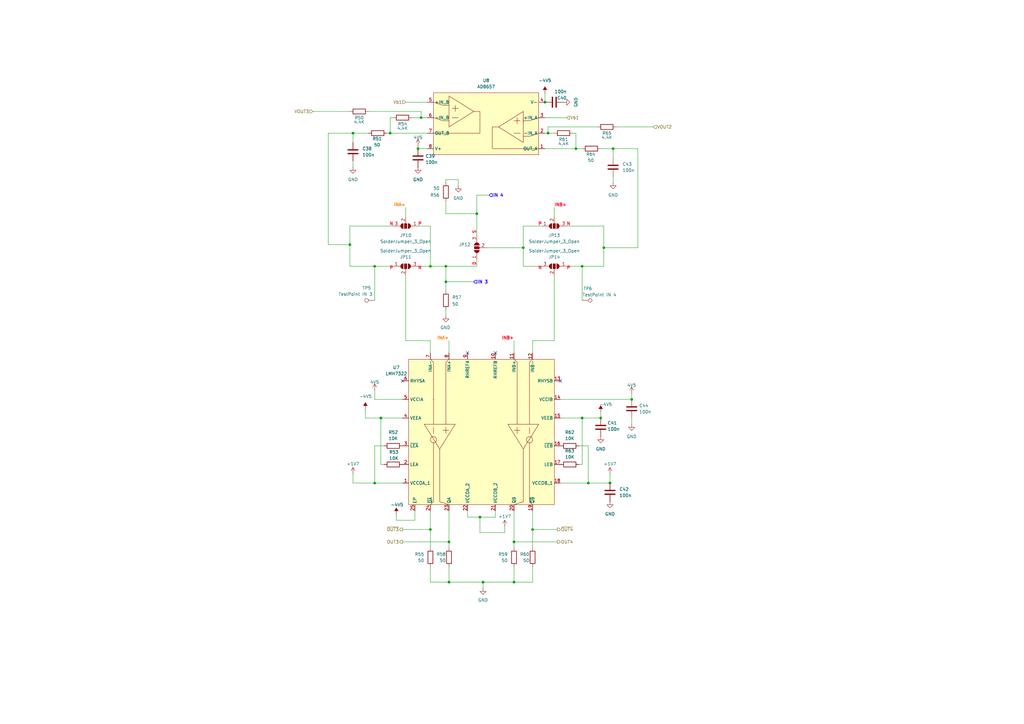
<source format=kicad_sch>
(kicad_sch (version 20231120) (generator "eeschema") (generator_version "8.0")
  (paper "A3")
  (lib_symbols
    (symbol "Connector:TestPoint" (pin_numbers hide) (pin_names (offset 0.762) hide)
      (property "Reference" "TP" (at 0 6.858 0))
      (property "Value" "TestPoint" (at 0 5.08 0))
      (symbol "TestPoint_0_1"
        (circle (center 0 3.302) (radius 0.762))
      )
      (symbol "TestPoint_1_1"
        (pin passive line (at 0 0 90) (length 2.54) (name "1") (number "1"))
      )
    )
    (symbol "Device:C" (pin_numbers hide) (pin_names (offset 0.254))
      (property "Reference" "C" (at 0.635 2.54 0))
      (property "Value" "C" (at 0.635 -2.54 0))
      (symbol "C_0_1"
        (polyline (pts (xy -2.032 -0.762) (xy 2.032 -0.762)) (stroke (width 0.508)))
        (polyline (pts (xy -2.032 0.762) (xy 2.032 0.762)) (stroke (width 0.508)))
      )
      (symbol "C_1_1"
        (pin passive line (at 0 3.81 270) (length 2.794) (name "~") (number "1"))
        (pin passive line (at 0 -3.81 90) (length 2.794) (name "~") (number "2"))
      )
    )
    (symbol "Device:R" (pin_numbers hide) (pin_names (offset 0))
      (property "Reference" "R" (at 2.032 0 90))
      (property "Value" "R" (at 0 0 90))
      (symbol "R_0_1"
        (rectangle (start -1.016 -2.54) (end 1.016 2.54) (stroke (width 0.254)))
      )
      (symbol "R_1_1"
        (pin passive line (at 0 3.81 270) (length 1.27) (name "~") (number "1"))
        (pin passive line (at 0 -3.81 90) (length 1.27) (name "~") (number "2"))
      )
    )
    (symbol "SolderJumper_3_Open_3" (pin_names (offset 0) hide) (exclude_from_sim yes) (in_bom no)
      (property "Reference" "JP" (at -2.54 -2.54 0))
      (property "Value" "SolderJumper_3_Open" (at 0 2.794 0))
      (symbol "SolderJumper_3_Open_3_0_1"
        (arc (start -1.016 1.016) (mid -2.0276 0) (end -1.016 -1.016))
        (arc (start -1.016 1.016) (mid -2.0276 0) (end -1.016 -1.016) (fill (type outline)))
        (rectangle (start -0.508 1.016) (end 0.508 -1.016) (fill (type outline)))
        (polyline (pts (xy -2.54 0) (xy -2.032 0)))
        (polyline (pts (xy -1.016 1.016) (xy -1.016 -1.016)))
        (polyline (pts (xy 0 -1.27) (xy 0 -1.016)))
        (polyline (pts (xy 1.016 1.016) (xy 1.016 -1.016)))
        (polyline (pts (xy 2.54 0) (xy 2.032 0)))
        (arc (start 1.016 -1.016) (mid 2.0276 0) (end 1.016 1.016))
        (arc (start 1.016 -1.016) (mid 2.0276 0) (end 1.016 1.016) (fill (type outline)))
      )
      (symbol "SolderJumper_3_Open_3_1_1"
        (pin passive line (at -5.08 0 0) (length 2.54) (name "A") (number "1"))
        (pin passive line (at 0 -3.81 90) (length 2.54) (name "C") (number "2"))
        (pin passive line (at 5.08 0 180) (length 2.54) (name "B") (number "3"))
      )
    )
    (symbol "power:+1V2" (power) (pin_numbers hide) (pin_names (offset 0) hide)
      (property "Value" "+1V2" (at 0 3.556 0))
      (symbol "+1V2_0_1"
        (polyline (pts (xy -0.762 1.27) (xy 0 2.54)))
        (polyline (pts (xy 0 0) (xy 0 2.54)))
        (polyline (pts (xy 0 2.54) (xy 0.762 1.27)))
      )
      (symbol "+1V2_1_1"
        (pin power_in line (at 0 0 90) (length 0) (name "~") (number "1"))
      )
    )
    (symbol "power:+8V" (power) (pin_numbers hide) (pin_names (offset 0) hide)
      (property "Value" "+8V" (at 0 3.556 0))
      (symbol "+8V_0_1"
        (polyline (pts (xy -0.762 1.27) (xy 0 2.54)))
        (polyline (pts (xy 0 0) (xy 0 2.54)))
        (polyline (pts (xy 0 2.54) (xy 0.762 1.27)))
      )
      (symbol "+8V_1_1"
        (pin power_in line (at 0 0 90) (length 0) (name "~") (number "1"))
      )
    )
    (symbol "power:-8V" (power) (pin_numbers hide) (pin_names (offset 0) hide)
      (property "Value" "-8V" (at 0 3.556 0))
      (symbol "-8V_0_0"
        (pin power_in line (at 0 0 90) (length 0) (name "~") (number "1"))
      )
      (symbol "-8V_0_1"
        (polyline (pts (xy 0 0) (xy 0 1.27) (xy 0.762 1.27) (xy 0 2.54) (xy -0.762 1.27) (xy 0 1.27)) (fill (type outline)))
      )
    )
    (symbol "power:GND" (power) (pin_numbers hide) (pin_names (offset 0) hide)
      (property "Value" "GND" (at 0 -3.81 0))
      (symbol "GND_0_1"
        (polyline (pts (xy 0 0) (xy 0 -1.27) (xy 1.27 -1.27) (xy 0 -2.54) (xy -1.27 -1.27) (xy 0 -1.27)))
      )
      (symbol "GND_1_1"
        (pin power_in line (at 0 0 270) (length 0) (name "~") (number "1"))
      )
    )
    (symbol "prova:AD8657"
      (property "Reference" "U" (at 9.906 3.556 0))
      (property "Value" "AD8657" (at 10.16 5.842 0))
      (symbol "AD8657_0_1"
        (polyline (pts (xy 12.7 17.78) (xy 12.7 20.32)))
        (polyline (pts (xy 13.97 19.05) (xy 16.51 19.05)))
        (polyline (pts (xy 13.97 24.13) (xy 16.51 24.13)))
        (polyline (pts (xy 15.24 20.32) (xy 15.24 17.78)))
        (polyline (pts (xy 16.51 19.05) (xy 16.51 19.05)))
        (polyline (pts (xy 36.83 17.78) (xy 36.83 17.78)))
        (polyline (pts (xy 39.37 13.97) (xy 41.91 13.97)))
        (polyline (pts (xy 39.37 17.78) (xy 41.91 17.78)))
        (polyline (pts (xy 40.64 15.24) (xy 40.64 12.7)))
      )
      (symbol "AD8657_1_1"
        (polyline (pts (xy 6.35 17.78) (xy 10.16 19.05)))
        (polyline (pts (xy 10.16 25.4) (xy 6.35 24.13)))
        (polyline (pts (xy 11.43 19.05) (xy 10.16 19.05)))
        (polyline (pts (xy 11.43 19.05) (xy 12.7 19.05)))
        (polyline (pts (xy 11.43 25.4) (xy 10.16 25.4)))
        (polyline (pts (xy 11.43 25.4) (xy 12.7 25.4)))
        (polyline (pts (xy 22.86 21.59) (xy 25.4 21.59) (xy 25.4 26.67)))
        (polyline (pts (xy 25.4 26.67) (xy 25.4 30.48) (xy 6.35 30.48)))
        (polyline (pts (xy 49.53 11.43) (xy 45.72 12.7) (xy 43.18 12.7)))
        (polyline (pts (xy 49.53 17.78) (xy 45.72 19.05) (xy 43.18 19.05)))
        (polyline (pts (xy 12.7 15.24) (xy 12.7 27.94) (xy 22.86 21.59) (xy 12.7 15.24)))
        (polyline (pts (xy 33.02 15.24) (xy 30.48 15.24) (xy 30.48 24.13) (xy 49.53 24.13)))
        (polyline (pts (xy 43.18 21.59) (xy 43.18 8.89) (xy 33.02 15.24) (xy 43.18 21.59)))
        (rectangle (start 6.35 33.02) (end 49.53 7.62) (fill (type background)))
        (pin output line (at 3.81 30.48 0) (length 2.54) (name "OUT_A") (number "1"))
        (pin input line (at 3.81 24.13 0) (length 2.54) (name "-IN_A") (number "2"))
        (pin input line (at 3.81 17.78 0) (length 2.54) (name "+IN_A") (number "3"))
        (pin input line (at 3.81 11.43 0) (length 2.54) (name "V-") (number "4"))
        (pin input line (at 52.07 11.43 180) (length 2.54) (name "+IN_B") (number "5"))
        (pin input line (at 52.07 17.78 180) (length 2.54) (name "-IN_B") (number "6"))
        (pin input line (at 52.07 24.13 180) (length 2.54) (name "OUT_B") (number "7"))
        (pin input line (at 52.07 30.48 180) (length 2.54) (name "V+") (number "8"))
      )
    )
    (symbol "prova:LMH7322"
      (property "Reference" "U" (at 11.684 8.89 0))
      (property "Value" "LMH7322" (at 20.32 16.51 0))
      (symbol "LMH7322_0_1"
        (circle (center -8.89 -5.08) (radius 0.0001))
        (circle (center -8.89 11.43) (radius 1.27))
        (polyline (pts (xy -8.89 -8.89) (xy -8.89 5.08)))
        (polyline (pts (xy -8.89 8.89) (xy -8.89 6.35)))
        (polyline (pts (xy -3.81 -8.89) (xy -3.81 5.08)))
        (polyline (pts (xy -3.81 8.89) (xy -3.81 6.35)))
        (polyline (pts (xy -2.54 7.62) (xy -5.08 7.62)))
        (polyline (pts (xy 25.4 8.89) (xy 25.4 6.35)))
        (polyline (pts (xy 26.67 7.62) (xy 24.13 7.62)))
        (polyline (pts (xy 30.48 -2.54) (xy 30.48 -2.54)))
        (polyline (pts (xy 30.48 8.89) (xy 30.48 6.35)))
        (polyline (pts (xy -8.89 -8.89) (xy -8.89 -20.32) (xy -10.16 -21.59)))
        (polyline (pts (xy -8.89 12.7) (xy -8.89 36.83) (xy -10.16 38.1)))
        (polyline (pts (xy -6.35 15.24) (xy -6.35 36.83) (xy -2.54 38.1)))
        (polyline (pts (xy -3.81 -8.89) (xy -3.81 -20.32) (xy -2.54 -21.59)))
        (polyline (pts (xy 27.94 15.24) (xy 27.94 36.83) (xy 24.13 38.1)))
        (polyline (pts (xy 30.48 12.7) (xy 30.48 36.83) (xy 31.75 38.1)))
        (circle (center 30.48 11.43) (radius 1.27))
      )
      (symbol "LMH7322_1_1"
        (rectangle (start -19.05 38.1) (end 40.64 -21.59) (fill (type background)))
        (polyline (pts (xy 0 5.08) (xy -12.7 5.08) (xy -6.35 15.24) (xy 0 5.08)))
        (polyline (pts (xy 24.13 -21.59) (xy 25.4 -20.32) (xy 25.4 -16.51) (xy 25.4 5.08)) (fill (type background)))
        (polyline (pts (xy 30.48 5.08) (xy 30.48 -16.51) (xy 30.48 -20.32) (xy 31.75 -21.59)) (fill (type background)))
        (polyline (pts (xy 34.29 5.08) (xy 21.59 5.08) (xy 27.94 15.24) (xy 34.29 5.08)) (fill (type background)))
        (pin input line (at -21.59 29.21 0) (length 2.54) (name "VCCOA_1") (number "1"))
        (pin input line (at 16.51 -24.13 90) (length 2.54) (name "RHREFB") (number "10"))
        (pin input line (at 24.13 -24.13 90) (length 2.54) (name "INB+") (number "11"))
        (pin input line (at 31.75 -24.13 90) (length 2.54) (name "INB-") (number "12"))
        (pin input line (at 43.18 -12.7 180) (length 2.54) (name "RHYSB") (number "13"))
        (pin input line (at 43.18 -5.08 180) (length 2.54) (name "VCCIB") (number "14"))
        (pin input line (at 43.18 2.54 180) (length 2.54) (name "VEEB") (number "15"))
        (pin input line (at 43.18 13.97 180) (length 2.54) (name "~{LEB}") (number "16"))
        (pin input line (at 43.18 21.59 180) (length 2.54) (name "LEB") (number "17"))
        (pin input line (at 43.18 29.21 180) (length 2.54) (name "VCCOB_1") (number "18"))
        (pin output line (at 31.75 40.64 270) (length 2.54) (name "~{QB}") (number "19"))
        (pin input line (at -21.59 21.59 0) (length 2.54) (name "LEA") (number "2"))
        (pin output line (at 24.13 40.64 270) (length 2.54) (name "QB") (number "20"))
        (pin input line (at 16.51 40.64 270) (length 2.54) (name "VCCOB_2") (number "21"))
        (pin input line (at 5.08 40.64 270) (length 2.54) (name "VCCOA_2") (number "22"))
        (pin output line (at -2.54 40.64 270) (length 2.54) (name "QA") (number "23"))
        (pin output line (at -10.16 40.64 270) (length 2.54) (name "~{QA}") (number "24"))
        (pin passive line (at -16.51 40.64 270) (length 2.54) (name "EP") (number "25"))
        (pin input line (at -21.59 13.97 0) (length 2.54) (name "~{LEA}") (number "3"))
        (pin input line (at -21.59 2.54 0) (length 2.54) (name "VEEA") (number "4"))
        (pin input line (at -21.59 -5.08 0) (length 2.54) (name "VCCIA") (number "5"))
        (pin input line (at -21.59 -12.7 0) (length 2.54) (name "RHYSA") (number "6"))
        (pin input line (at -10.16 -24.13 90) (length 2.54) (name "INA-") (number "7"))
        (pin input line (at -2.54 -24.13 90) (length 2.54) (name "INA+") (number "8"))
        (pin input line (at 5.08 -24.13 90) (length 2.54) (name "RHREFA") (number "9"))
      )
    )
  )
  (junction (at 210.82 222.25))
  (junction (at 160.02 54.61))
  (junction (at 198.12 238.76))
  (junction (at 241.3 198.12))
  (junction (at 196.85 212.09))
  (junction (at 238.76 109.22))
  (junction (at 210.82 238.76))
  (junction (at 250.19 198.12))
  (junction (at 251.46 60.96))
  (junction (at 176.53 217.17))
  (junction (at 171.45 60.96))
  (junction (at 223.52 41.91))
  (junction (at 218.44 217.17))
  (junction (at 143.51 100.33))
  (junction (at 184.15 238.76))
  (junction (at 238.76 171.45))
  (junction (at 214.63 101.6))
  (junction (at 144.78 54.61))
  (junction (at 182.88 109.22))
  (junction (at 224.79 54.61))
  (junction (at 176.53 109.22))
  (junction (at 236.22 60.96))
  (junction (at 259.08 163.83))
  (junction (at 182.88 115.57))
  (junction (at 184.15 222.25))
  (junction (at 156.21 171.45))
  (junction (at 195.58 87.63))
  (junction (at 153.67 109.22))
  (junction (at 153.67 198.12))
  (junction (at 172.72 48.26))
  (junction (at 246.38 171.45))
  (junction (at 247.65 101.6))
  (no_connect (at 165.1 156.21))
  (no_connect (at 191.77 144.78))
  (no_connect (at 229.87 156.21))
  (no_connect (at 203.2 144.78))
  (wire (pts (xy 250.19 198.12) (xy 241.3 198.12)))
  (wire (pts (xy 238.76 109.22) (xy 247.65 109.22)))
  (wire (pts (xy 237.49 182.88) (xy 241.3 182.88)))
  (wire (pts (xy 184.15 222.25) (xy 184.15 224.79)))
  (wire (pts (xy 182.88 127) (xy 182.88 129.54)))
  (wire (pts (xy 153.67 109.22) (xy 153.67 123.19)))
  (wire (pts (xy 182.88 115.57) (xy 194.31 115.57)))
  (wire (pts (xy 228.6 217.17) (xy 218.44 217.17)))
  (wire (pts (xy 165.1 198.12) (xy 153.67 198.12)))
  (wire (pts (xy 184.15 222.25) (xy 165.1 222.25)))
  (wire (pts (xy 229.87 163.83) (xy 259.08 163.83)))
  (wire (pts (xy 158.75 54.61) (xy 160.02 54.61)))
  (wire (pts (xy 199.39 101.6) (xy 214.63 101.6)))
  (wire (pts (xy 191.77 212.09) (xy 191.77 209.55)))
  (wire (pts (xy 182.88 119.38) (xy 182.88 115.57)))
  (wire (pts (xy 228.6 222.25) (xy 210.82 222.25)))
  (wire (pts (xy 218.44 238.76) (xy 210.82 238.76)))
  (wire (pts (xy 203.2 212.09) (xy 203.2 209.55)))
  (wire (pts (xy 170.18 213.36) (xy 162.56 213.36)))
  (wire (pts (xy 241.3 198.12) (xy 229.87 198.12)))
  (wire (pts (xy 196.85 212.09) (xy 196.85 218.44)))
  (wire (pts (xy 182.88 73.66) (xy 187.96 73.66)))
  (wire (pts (xy 210.82 222.25) (xy 210.82 224.79)))
  (wire (pts (xy 176.53 209.55) (xy 176.53 217.17)))
  (wire (pts (xy 195.58 106.68) (xy 195.58 109.22)))
  (wire (pts (xy 236.22 54.61) (xy 236.22 60.96)))
  (wire (pts (xy 247.65 101.6) (xy 247.65 109.22)))
  (wire (pts (xy 184.15 209.55) (xy 184.15 222.25)))
  (wire (pts (xy 156.21 190.5) (xy 156.21 171.45)))
  (wire (pts (xy 153.67 198.12) (xy 144.78 198.12)))
  (wire (pts (xy 191.77 212.09) (xy 196.85 212.09)))
  (wire (pts (xy 156.21 171.45) (xy 149.86 171.45)))
  (wire (pts (xy 218.44 144.78) (xy 218.44 139.7)))
  (wire (pts (xy 207.01 215.9) (xy 207.01 218.44)))
  (wire (pts (xy 246.38 168.91) (xy 246.38 171.45)))
  (wire (pts (xy 176.53 92.71) (xy 176.53 109.22)))
  (wire (pts (xy 218.44 217.17) (xy 218.44 224.79)))
  (wire (pts (xy 218.44 232.41) (xy 218.44 238.76)))
  (wire (pts (xy 195.58 80.01) (xy 195.58 87.63)))
  (wire (pts (xy 176.53 109.22) (xy 171.45 109.22)))
  (wire (pts (xy 251.46 64.77) (xy 251.46 60.96)))
  (wire (pts (xy 223.52 60.96) (xy 236.22 60.96)))
  (wire (pts (xy 134.62 100.33) (xy 134.62 54.61)))
  (wire (pts (xy 182.88 82.55) (xy 182.88 87.63)))
  (wire (pts (xy 238.76 109.22) (xy 238.76 123.19)))
  (wire (pts (xy 162.56 210.82) (xy 162.56 213.36)))
  (wire (pts (xy 144.78 58.42) (xy 144.78 54.61)))
  (wire (pts (xy 224.79 54.61) (xy 227.33 54.61)))
  (wire (pts (xy 198.12 238.76) (xy 198.12 241.3)))
  (wire (pts (xy 134.62 54.61) (xy 144.78 54.61)))
  (wire (pts (xy 176.53 144.78) (xy 176.53 139.7)))
  (wire (pts (xy 259.08 171.45) (xy 259.08 173.99)))
  (wire (pts (xy 149.86 167.64) (xy 149.86 171.45)))
  (wire (pts (xy 224.79 52.07) (xy 245.11 52.07)))
  (wire (pts (xy 182.88 109.22) (xy 176.53 109.22)))
  (wire (pts (xy 128.27 45.72) (xy 143.51 45.72)))
  (wire (pts (xy 160.02 54.61) (xy 160.02 48.26)))
  (wire (pts (xy 237.49 190.5) (xy 238.76 190.5)))
  (wire (pts (xy 144.78 194.31) (xy 144.78 198.12)))
  (wire (pts (xy 153.67 182.88) (xy 157.48 182.88)))
  (wire (pts (xy 246.38 60.96) (xy 251.46 60.96)))
  (wire (pts (xy 224.79 54.61) (xy 223.52 54.61)))
  (wire (pts (xy 214.63 101.6) (xy 214.63 109.22)))
  (wire (pts (xy 267.97 52.07) (xy 252.73 52.07)))
  (wire (pts (xy 143.51 100.33) (xy 143.51 109.22)))
  (wire (pts (xy 176.53 217.17) (xy 176.53 224.79)))
  (wire (pts (xy 184.15 139.7) (xy 184.15 144.78)))
  (wire (pts (xy 261.62 60.96) (xy 251.46 60.96)))
  (wire (pts (xy 247.65 101.6) (xy 261.62 101.6)))
  (wire (pts (xy 171.45 59.69) (xy 171.45 60.96)))
  (wire (pts (xy 166.37 85.09) (xy 166.37 88.9)))
  (wire (pts (xy 196.85 218.44) (xy 207.01 218.44)))
  (wire (pts (xy 165.1 171.45) (xy 156.21 171.45)))
  (wire (pts (xy 195.58 87.63) (xy 195.58 96.52)))
  (wire (pts (xy 143.51 100.33) (xy 134.62 100.33)))
  (wire (pts (xy 210.82 209.55) (xy 210.82 222.25)))
  (wire (pts (xy 214.63 109.22) (xy 222.25 109.22)))
  (wire (pts (xy 166.37 41.91) (xy 175.26 41.91)))
  (wire (pts (xy 143.51 92.71) (xy 161.29 92.71)))
  (wire (pts (xy 153.67 182.88) (xy 153.67 198.12)))
  (wire (pts (xy 143.51 92.71) (xy 143.51 100.33)))
  (wire (pts (xy 210.82 232.41) (xy 210.82 238.76)))
  (wire (pts (xy 224.79 54.61) (xy 224.79 52.07)))
  (wire (pts (xy 241.3 182.88) (xy 241.3 198.12)))
  (wire (pts (xy 236.22 60.96) (xy 238.76 60.96)))
  (wire (pts (xy 196.85 212.09) (xy 203.2 212.09)))
  (wire (pts (xy 182.88 87.63) (xy 195.58 87.63)))
  (wire (pts (xy 195.58 109.22) (xy 182.88 109.22)))
  (wire (pts (xy 172.72 48.26) (xy 172.72 45.72)))
  (wire (pts (xy 227.33 85.09) (xy 227.33 88.9)))
  (wire (pts (xy 195.58 80.01) (xy 200.66 80.01)))
  (wire (pts (xy 222.25 92.71) (xy 214.63 92.71)))
  (wire (pts (xy 144.78 66.04) (xy 144.78 68.58)))
  (wire (pts (xy 250.19 194.31) (xy 250.19 198.12)))
  (wire (pts (xy 153.67 160.02) (xy 153.67 163.83)))
  (wire (pts (xy 247.65 92.71) (xy 247.65 101.6)))
  (wire (pts (xy 182.88 73.66) (xy 182.88 74.93)))
  (wire (pts (xy 261.62 101.6) (xy 261.62 60.96)))
  (wire (pts (xy 157.48 190.5) (xy 156.21 190.5)))
  (wire (pts (xy 259.08 161.29) (xy 259.08 163.83)))
  (wire (pts (xy 232.41 92.71) (xy 247.65 92.71)))
  (wire (pts (xy 176.53 217.17) (xy 165.1 217.17)))
  (wire (pts (xy 223.52 38.1) (xy 223.52 41.91)))
  (wire (pts (xy 234.95 54.61) (xy 236.22 54.61)))
  (wire (pts (xy 184.15 238.76) (xy 176.53 238.76)))
  (wire (pts (xy 153.67 163.83) (xy 165.1 163.83)))
  (wire (pts (xy 214.63 92.71) (xy 214.63 101.6)))
  (wire (pts (xy 153.67 109.22) (xy 161.29 109.22)))
  (wire (pts (xy 166.37 113.03) (xy 166.37 139.7)))
  (wire (pts (xy 187.96 73.66) (xy 187.96 76.2)))
  (wire (pts (xy 176.53 232.41) (xy 176.53 238.76)))
  (wire (pts (xy 168.91 48.26) (xy 172.72 48.26)))
  (wire (pts (xy 229.87 171.45) (xy 238.76 171.45)))
  (wire (pts (xy 170.18 209.55) (xy 170.18 213.36)))
  (wire (pts (xy 232.41 109.22) (xy 238.76 109.22)))
  (wire (pts (xy 175.26 60.96) (xy 171.45 60.96)))
  (wire (pts (xy 198.12 238.76) (xy 184.15 238.76)))
  (wire (pts (xy 210.82 238.76) (xy 198.12 238.76)))
  (wire (pts (xy 160.02 54.61) (xy 175.26 54.61)))
  (wire (pts (xy 227.33 113.03) (xy 227.33 139.7)))
  (wire (pts (xy 151.13 45.72) (xy 172.72 45.72)))
  (wire (pts (xy 184.15 232.41) (xy 184.15 238.76)))
  (wire (pts (xy 218.44 209.55) (xy 218.44 217.17)))
  (wire (pts (xy 144.78 54.61) (xy 151.13 54.61)))
  (wire (pts (xy 218.44 139.7) (xy 227.33 139.7)))
  (wire (pts (xy 238.76 190.5) (xy 238.76 171.45)))
  (wire (pts (xy 143.51 109.22) (xy 153.67 109.22)))
  (wire (pts (xy 251.46 72.39) (xy 251.46 74.93)))
  (wire (pts (xy 223.52 48.26) (xy 232.41 48.26)))
  (wire (pts (xy 171.45 92.71) (xy 176.53 92.71)))
  (wire (pts (xy 172.72 48.26) (xy 175.26 48.26)))
  (wire (pts (xy 176.53 139.7) (xy 166.37 139.7)))
  (wire (pts (xy 210.82 139.7) (xy 210.82 144.78)))
  (wire (pts (xy 182.88 109.22) (xy 182.88 115.57)))
  (wire (pts (xy 160.02 48.26) (xy 161.29 48.26)))
  (wire (pts (xy 246.38 171.45) (xy 238.76 171.45)))
  (text "P\n" (at 160.528 109.982 0) (effects (font (size 1.27 1.27) (thickness 0.254) (bold yes))))
  (text "P\n" (at 172.212 91.948 0) (effects (font (size 1.27 1.27) (thickness 0.254) (bold yes))))
  (text "S" (at 194.564 95.25 90) (effects (font (size 1.27 1.27) (thickness 0.254) (bold yes))))
  (text "N" (at 160.528 91.948 0) (effects (font (size 1.27 1.27) (thickness 0.254) (bold yes))))
  (text "D" (at 194.564 108.204 90) (effects (font (size 1.27 1.27) (thickness 0.254) (bold yes))))
  (text "N" (at 172.212 109.982 0) (effects (font (size 1.27 1.27) (thickness 0.254) (bold yes))))
  (text "P\n" (at 233.172 109.982 0) (effects (font (size 1.27 1.27) (thickness 0.254) (bold yes))))
  (text "N" (at 221.488 109.982 0) (effects (font (size 1.27 1.27) (thickness 0.254) (bold yes))))
  (text "N" (at 233.172 91.948 0) (effects (font (size 1.27 1.27) (thickness 0.254) (bold yes))))
  (text "P\n" (at 221.488 91.948 0) (effects (font (size 1.27 1.27) (thickness 0.254) (bold yes))))
  (label "INB+" (at 210.82 139.7 180) (effects (font (thickness 0.254) (bold yes))))
  (label "INB+" (at 227.33 85.09 0) (effects (font (thickness 0.254) (bold yes))))
  (label "INA+" (at 184.15 139.7 180) (effects (font (thickness 0.254) (bold yes))))
  (label "INA+" (at 166.37 85.09 180) (effects (font (thickness 0.254) (bold yes))))
  (hierarchical_label "VOUT3" (shape input) (at 128.27 45.72 180))
  (hierarchical_label "IN 4" (shape input) (at 200.66 80.01 0) (effects (font (thickness 0.254) (bold yes))))
  (hierarchical_label "IN 3" (shape input) (at 194.31 115.57 0) (effects (font (thickness 0.254) (bold yes))))
  (hierarchical_label "Vb1" (shape input) (at 166.37 41.91 180))
  (hierarchical_label "OUT4" (shape output) (at 228.6 222.25 0))
  (hierarchical_label "~{OUT3}" (shape output) (at 165.1 217.17 180))
  (hierarchical_label "Vb1" (shape input) (at 232.41 48.26 0))
  (hierarchical_label "OUT3" (shape output) (at 165.1 222.25 180))
  (hierarchical_label "VOUT2" (shape input) (at 267.97 52.07 0))
  (hierarchical_label "~{OUT4}" (shape output) (at 228.6 217.17 0))
  (symbol (lib_id "Device:R") (at 182.88 78.74 0) (unit 1)
    (property "Reference" "R56" (at 180.34 80.0101 0) (effects (justify right)))
    (property "Value" "50" (at 180.34 77.216 0) (effects (justify right)))
    (property "Footprint" "Resistor_SMD:R_0603_1608Metric_Pad0.98x0.95mm_HandSolder" (effects (hide yes)))
    (property "Description" "Resistor" (effects (hide yes)))
  )
  (symbol (lib_id "Device:C") (at 144.78 62.23 0) (unit 1)
    (property "Reference" "C38" (at 148.59 60.9599 0) (effects (justify left)))
    (property "Value" "100n" (at 148.59 63.4999 0) (effects (justify left)))
    (property "Footprint" "Capacitor_SMD:C_0603_1608Metric_Pad1.08x0.95mm_HandSolder" (effects (hide yes)))
    (property "Description" "Unpolarized capacitor" (effects (hide yes)))
  )
  (symbol (lib_id "power:GND") (at 198.12 241.3 0) (mirror y) (unit 1)
    (property "Reference" "#PWR096" (effects (hide yes)))
    (property "Value" "GND" (at 198.12 246.126 0))
    (property "Description" "Power symbol creates a global label with name \"GND\" , ground" (effects (hide yes)))
  )
  (symbol (lib_name "SolderJumper_3_Open_3") (lib_id "Jumper:SolderJumper_3_Open") (at 195.58 101.6 90) (unit 1) (exclude_from_sim yes) (in_bom no)
    (property "Reference" "JP12" (at 193.04 100.3299 90) (effects (justify left)))
    (property "Value" "SolderJumper_3_Open" (effects (hide yes)))
    (property "Footprint" "Jumper:SolderJumper-3_P1.3mm_Open_RoundedPad1.0x1.5mm_NumberLabels" (effects (hide yes)))
    (property "Description" "Solder Jumper, 3-pole, open" (effects (hide yes)))
  )
  (symbol (lib_id "power:GND") (at 246.38 179.07 0) (unit 1)
    (property "Reference" "#PWR0102" (effects (hide yes)))
    (property "Value" "GND" (at 246.38 184.15 0))
    (property "Description" "Power symbol creates a global label with name \"GND\" , ground" (effects (hide yes)))
  )
  (symbol (lib_id "Device:R") (at 210.82 228.6 0) (mirror y) (unit 1)
    (property "Reference" "R59" (at 208.28 227.3299 0) (effects (justify left)))
    (property "Value" "50" (at 208.28 229.8699 0) (effects (justify left)))
    (property "Footprint" "Resistor_SMD:R_0603_1608Metric_Pad0.98x0.95mm_HandSolder" (effects (hide yes)))
    (property "Description" "Resistor" (effects (hide yes)))
  )
  (symbol (lib_id "Device:R") (at 233.68 182.88 270) (mirror x) (unit 1)
    (property "Reference" "R62" (at 233.68 177.292 90))
    (property "Value" "10K" (at 233.68 179.832 90))
    (property "Footprint" "Resistor_SMD:R_0603_1608Metric_Pad0.98x0.95mm_HandSolder" (effects (hide yes)))
    (property "Description" "Resistor" (effects (hide yes)))
  )
  (symbol (lib_id "Device:R") (at 161.29 182.88 270) (mirror x) (unit 1)
    (property "Reference" "R52" (at 161.29 177.292 90))
    (property "Value" "10K" (at 161.29 179.832 90))
    (property "Footprint" "Resistor_SMD:R_0603_1608Metric_Pad0.98x0.95mm_HandSolder" (effects (hide yes)))
    (property "Description" "Resistor" (effects (hide yes)))
  )
  (symbol (lib_id "Device:R") (at 231.14 54.61 270) (unit 1)
    (property "Reference" "R61" (at 231.14 57.15 90))
    (property "Value" "4.4K" (at 231.14 58.928 90))
    (property "Footprint" "Resistor_SMD:R_0603_1608Metric_Pad0.98x0.95mm_HandSolder" (effects (hide yes)))
    (property "Description" "Resistor" (effects (hide yes)))
  )
  (symbol (lib_id "Device:C") (at 227.33 41.91 90) (unit 1)
    (property "Reference" "C40" (at 232.41 40.132 90) (effects (justify left)))
    (property "Value" "100n" (at 232.41 37.592 90) (effects (justify left)))
    (property "Footprint" "Capacitor_SMD:C_0603_1608Metric_Pad1.08x0.95mm_HandSolder" (effects (hide yes)))
    (property "Description" "Unpolarized capacitor" (effects (hide yes)))
  )
  (symbol (lib_id "Device:R") (at 184.15 228.6 0) (mirror y) (unit 1)
    (property "Reference" "R58" (at 182.88 227.33 0) (effects (justify left)))
    (property "Value" "50" (at 182.88 229.87 0) (effects (justify left)))
    (property "Footprint" "Resistor_SMD:R_0603_1608Metric_Pad0.98x0.95mm_HandSolder" (effects (hide yes)))
    (property "Description" "Resistor" (effects (hide yes)))
  )
  (symbol (lib_id "Device:R") (at 165.1 48.26 270) (unit 1)
    (property "Reference" "R54" (at 165.1 50.8 90))
    (property "Value" "4.4K" (at 165.1 52.578 90))
    (property "Footprint" "Resistor_SMD:R_0603_1608Metric_Pad0.98x0.95mm_HandSolder" (effects (hide yes)))
    (property "Description" "Resistor" (effects (hide yes)))
  )
  (symbol (lib_id "Device:R") (at 154.94 54.61 90) (unit 1)
    (property "Reference" "R51" (at 154.686 56.896 90))
    (property "Value" "50" (at 154.686 59.436 90))
    (property "Footprint" "Resistor_SMD:R_0603_1608Metric_Pad0.98x0.95mm_HandSolder" (effects (hide yes)))
    (property "Description" "Resistor" (effects (hide yes)))
  )
  (symbol (lib_id "Device:R") (at 176.53 228.6 0) (mirror y) (unit 1)
    (property "Reference" "R55" (at 173.99 227.3299 0) (effects (justify left)))
    (property "Value" "50" (at 173.99 229.8699 0) (effects (justify left)))
    (property "Footprint" "Resistor_SMD:R_0603_1608Metric_Pad0.98x0.95mm_HandSolder" (effects (hide yes)))
    (property "Description" "Resistor" (effects (hide yes)))
  )
  (symbol (lib_name "SolderJumper_3_Open_3") (lib_id "Jumper:SolderJumper_3_Open") (at 166.37 109.22 0) (unit 1) (exclude_from_sim yes) (in_bom no)
    (property "Reference" "JP11" (at 166.37 105.41 0))
    (property "Value" "SolderJumper_3_Open" (at 166.37 102.87 0))
    (property "Footprint" "Jumper:SolderJumper-3_P1.3mm_Open_RoundedPad1.0x1.5mm_NumberLabels" (effects (hide yes)))
    (property "Description" "Solder Jumper, 3-pole, open" (effects (hide yes)))
  )
  (symbol (lib_id "Device:C") (at 250.19 201.93 0) (unit 1)
    (property "Reference" "C42" (at 254 200.6599 0) (effects (justify left)))
    (property "Value" "100n" (at 254 203.1999 0) (effects (justify left)))
    (property "Footprint" "Capacitor_SMD:C_0603_1608Metric_Pad1.08x0.95mm_HandSolder" (effects (hide yes)))
    (property "Description" "Unpolarized capacitor" (effects (hide yes)))
  )
  (symbol (lib_id "power:+8V") (at 259.08 161.29 0) (mirror y) (unit 1)
    (property "Reference" "#PWR0100" (effects (hide yes)))
    (property "Value" "4V5" (at 259.08 157.988 0))
    (property "Description" "Power symbol creates a global label with name \"+8V\"" (effects (hide yes)))
  )
  (symbol (lib_id "Device:R") (at 161.29 190.5 270) (mirror x) (unit 1)
    (property "Reference" "R53" (at 161.544 185.42 90))
    (property "Value" "10K" (at 161.544 187.96 90))
    (property "Footprint" "Resistor_SMD:R_0603_1608Metric_Pad0.98x0.95mm_HandSolder" (effects (hide yes)))
    (property "Description" "Resistor" (effects (hide yes)))
  )
  (symbol (lib_id "prova:LMH7322") (at 186.69 168.91 0) (mirror x) (unit 1)
    (property "Reference" "U7" (at 162.56 150.7138 0))
    (property "Value" "LMH7322" (at 162.56 153.2538 0))
    (property "Footprint" "SamacSys_Parts:QFN50P400X400X80-25N" (effects (hide yes)))
  )
  (symbol (lib_id "power:GND") (at 231.14 41.91 90) (unit 1)
    (property "Reference" "#PWR099" (effects (hide yes)))
    (property "Value" "GND" (at 236.22 41.91 0))
    (property "Description" "Power symbol creates a global label with name \"GND\" , ground" (effects (hide yes)))
  )
  (symbol (lib_id "Device:R") (at 242.57 60.96 90) (unit 1)
    (property "Reference" "R64" (at 242.316 63.246 90))
    (property "Value" "50" (at 242.316 65.786 90))
    (property "Footprint" "Resistor_SMD:R_0603_1608Metric_Pad0.98x0.95mm_HandSolder" (effects (hide yes)))
    (property "Description" "Resistor" (effects (hide yes)))
  )
  (symbol (lib_id "power:-8V") (at 223.52 38.1 0) (unit 1)
    (property "Reference" "#PWR098" (effects (hide yes)))
    (property "Value" "-4V5" (at 223.52 33.02 0))
    (property "Description" "Power symbol creates a global label with name \"-8V\"" (effects (hide yes)))
  )
  (symbol (lib_id "Device:C") (at 171.45 64.77 0) (unit 1)
    (property "Reference" "C39" (at 174.498 64.008 0) (effects (justify left)))
    (property "Value" "100n" (at 174.498 66.548 0) (effects (justify left)))
    (property "Footprint" "Capacitor_SMD:C_0603_1608Metric_Pad1.08x0.95mm_HandSolder" (effects (hide yes)))
    (property "Description" "Unpolarized capacitor" (effects (hide yes)))
  )
  (symbol (lib_id "Device:R") (at 248.92 52.07 270) (unit 1)
    (property "Reference" "R65" (at 248.92 54.61 90))
    (property "Value" "4.4K" (at 248.92 56.388 90))
    (property "Footprint" "Resistor_SMD:R_0603_1608Metric_Pad0.98x0.95mm_HandSolder" (effects (hide yes)))
    (property "Description" "Resistor" (effects (hide yes)))
  )
  (symbol (lib_id "prova:AD8657") (at 227.33 30.48 180) (unit 1)
    (property "Reference" "U8" (at 199.39 33.02 0))
    (property "Value" "AD8657" (at 199.39 35.56 0))
    (property "Footprint" "SamacSys_Parts:SOP65P490X110-8N" (effects (hide yes)))
  )
  (symbol (lib_id "Device:C") (at 251.46 68.58 0) (unit 1)
    (property "Reference" "C43" (at 255.27 67.3099 0) (effects (justify left)))
    (property "Value" "100n" (at 255.27 69.8499 0) (effects (justify left)))
    (property "Footprint" "Capacitor_SMD:C_0603_1608Metric_Pad1.08x0.95mm_HandSolder" (effects (hide yes)))
    (property "Description" "Unpolarized capacitor" (effects (hide yes)))
  )
  (symbol (lib_id "Connector:TestPoint") (at 153.67 123.19 90) (unit 1)
    (property "Reference" "TP5" (at 150.368 118.11 90))
    (property "Value" "TestPoint IN 3" (at 145.796 120.65 90))
    (property "Footprint" "TestPoint:TestPoint_Pad_D1.0mm" (effects (hide yes)))
    (property "Description" "test point" (effects (hide yes)))
  )
  (symbol (lib_id "power:+8V") (at 153.67 160.02 0) (mirror y) (unit 1)
    (property "Reference" "#PWR090" (effects (hide yes)))
    (property "Value" "4V5" (at 153.67 156.718 0))
    (property "Description" "Power symbol creates a global label with name \"+8V\"" (effects (hide yes)))
  )
  (symbol (lib_id "power:GND") (at 250.19 205.74 0) (unit 1)
    (property "Reference" "#PWR0104" (effects (hide yes)))
    (property "Value" "GND" (at 250.19 210.82 0))
    (property "Description" "Power symbol creates a global label with name \"GND\" , ground" (effects (hide yes)))
  )
  (symbol (lib_id "power:+1V2") (at 144.78 194.31 0) (mirror y) (unit 1)
    (property "Reference" "#PWR088" (effects (hide yes)))
    (property "Value" "+1V7" (at 144.78 190.246 0))
    (property "Description" "Power symbol creates a global label with name \"+1V2\"" (effects (hide yes)))
  )
  (symbol (lib_name "SolderJumper_3_Open_3") (lib_id "Jumper:SolderJumper_3_Open") (at 166.37 92.71 180) (unit 1) (exclude_from_sim yes) (in_bom no)
    (property "Reference" "JP10" (at 166.37 96.52 0))
    (property "Value" "SolderJumper_3_Open" (at 166.37 99.06 0))
    (property "Footprint" "Jumper:SolderJumper-3_P1.3mm_Open_RoundedPad1.0x1.5mm_NumberLabels" (effects (hide yes)))
    (property "Description" "Solder Jumper, 3-pole, open" (effects (hide yes)))
  )
  (symbol (lib_id "Device:C") (at 259.08 167.64 0) (unit 1)
    (property "Reference" "C44" (at 262.128 166.37 0) (effects (justify left)))
    (property "Value" "100n" (at 262.128 168.91 0) (effects (justify left)))
    (property "Footprint" "Capacitor_SMD:C_0603_1608Metric_Pad1.08x0.95mm_HandSolder" (effects (hide yes)))
    (property "Description" "Unpolarized capacitor" (effects (hide yes)))
  )
  (symbol (lib_id "Device:R") (at 218.44 228.6 0) (mirror y) (unit 1)
    (property "Reference" "R60" (at 217.17 227.33 0) (effects (justify left)))
    (property "Value" "50" (at 217.17 229.87 0) (effects (justify left)))
    (property "Footprint" "Resistor_SMD:R_0603_1608Metric_Pad0.98x0.95mm_HandSolder" (effects (hide yes)))
    (property "Description" "Resistor" (effects (hide yes)))
  )
  (symbol (lib_id "power:+1V2") (at 250.19 194.31 0) (mirror y) (unit 1)
    (property "Reference" "#PWR0103" (effects (hide yes)))
    (property "Value" "+1V7" (at 250.19 190.246 0))
    (property "Description" "Power symbol creates a global label with name \"+1V2\"" (effects (hide yes)))
  )
  (symbol (lib_id "power:-8V") (at 246.38 168.91 0) (mirror y) (unit 1)
    (property "Reference" "#PWR0101" (effects (hide yes)))
    (property "Value" "-4V5" (at 248.412 165.862 0))
    (property "Description" "Power symbol creates a global label with name \"-8V\"" (effects (hide yes)))
  )
  (symbol (lib_id "power:-8V") (at 149.86 167.64 0) (mirror y) (unit 1)
    (property "Reference" "#PWR089" (effects (hide yes)))
    (property "Value" "-4V5" (at 149.86 162.56 0))
    (property "Description" "Power symbol creates a global label with name \"-8V\"" (effects (hide yes)))
  )
  (symbol (lib_id "power:GND") (at 182.88 129.54 0) (unit 1)
    (property "Reference" "#PWR094" (effects (hide yes)))
    (property "Value" "GND" (at 182.626 134.366 0))
    (property "Description" "Power symbol creates a global label with name \"GND\" , ground" (effects (hide yes)))
  )
  (symbol (lib_id "power:+8V") (at 171.45 59.69 0) (unit 1)
    (property "Reference" "#PWR092" (effects (hide yes)))
    (property "Value" "4V5" (at 171.45 56.388 0))
    (property "Description" "Power symbol creates a global label with name \"+8V\"" (effects (hide yes)))
  )
  (symbol (lib_id "power:-8V") (at 162.56 210.82 0) (mirror y) (unit 1)
    (property "Reference" "#PWR071" (effects (hide yes)))
    (property "Value" "-4V5" (at 162.814 207.01 0))
    (property "Description" "Power symbol creates a global label with name \"-8V\"" (effects (hide yes)))
  )
  (symbol (lib_id "power:GND") (at 171.45 68.58 0) (unit 1)
    (property "Reference" "#PWR093" (effects (hide yes)))
    (property "Value" "GND" (at 171.45 73.66 0))
    (property "Description" "Power symbol creates a global label with name \"GND\" , ground" (effects (hide yes)))
  )
  (symbol (lib_name "SolderJumper_3_Open_3") (lib_id "Jumper:SolderJumper_3_Open") (at 227.33 109.22 0) (mirror y) (unit 1) (exclude_from_sim yes) (in_bom no)
    (property "Reference" "JP14" (at 227.33 105.41 0))
    (property "Value" "SolderJumper_3_Open" (at 227.33 102.87 0))
    (property "Footprint" "Jumper:SolderJumper-3_P1.3mm_Open_RoundedPad1.0x1.5mm_NumberLabels" (effects (hide yes)))
    (property "Description" "Solder Jumper, 3-pole, open" (effects (hide yes)))
  )
  (symbol (lib_id "Connector:TestPoint") (at 238.76 123.19 270) (unit 1)
    (property "Reference" "TP6" (at 241.046 118.364 90))
    (property "Value" "TestPoint IN 4" (at 245.872 120.904 90))
    (property "Footprint" "TestPoint:TestPoint_Pad_D1.0mm" (effects (hide yes)))
    (property "Description" "test point" (effects (hide yes)))
  )
  (symbol (lib_id "power:+1V2") (at 207.01 215.9 0) (mirror y) (unit 1)
    (property "Reference" "#PWR097" (effects (hide yes)))
    (property "Value" "+1V7" (at 207.01 211.836 0))
    (property "Description" "Power symbol creates a global label with name \"+1V2\"" (effects (hide yes)))
  )
  (symbol (lib_id "power:GND") (at 259.08 173.99 0) (unit 1)
    (property "Reference" "#PWR0106" (effects (hide yes)))
    (property "Value" "GND" (at 259.08 179.07 0))
    (property "Description" "Power symbol creates a global label with name \"GND\" , ground" (effects (hide yes)))
  )
  (symbol (lib_id "Device:C") (at 246.38 175.26 0) (unit 1)
    (property "Reference" "C41" (at 249.174 173.482 0) (effects (justify left)))
    (property "Value" "100n" (at 249.174 176.022 0) (effects (justify left)))
    (property "Footprint" "Capacitor_SMD:C_0603_1608Metric_Pad1.08x0.95mm_HandSolder" (effects (hide yes)))
    (property "Description" "Unpolarized capacitor" (effects (hide yes)))
  )
  (symbol (lib_id "Device:R") (at 233.68 190.5 270) (mirror x) (unit 1)
    (property "Reference" "R63" (at 233.68 184.912 90))
    (property "Value" "10K" (at 233.68 187.452 90))
    (property "Footprint" "Resistor_SMD:R_0603_1608Metric_Pad0.98x0.95mm_HandSolder" (effects (hide yes)))
    (property "Description" "Resistor" (effects (hide yes)))
  )
  (symbol (lib_id "power:GND") (at 187.96 76.2 0) (unit 1)
    (property "Reference" "#PWR095" (effects (hide yes)))
    (property "Value" "GND" (at 187.96 81.28 0))
    (property "Description" "Power symbol creates a global label with name \"GND\" , ground" (effects (hide yes)))
  )
  (symbol (lib_id "Device:R") (at 182.88 123.19 180) (unit 1)
    (property "Reference" "R57" (at 185.42 121.9199 0) (effects (justify right)))
    (property "Value" "50" (at 185.42 124.714 0) (effects (justify right)))
    (property "Footprint" "Resistor_SMD:R_0603_1608Metric_Pad0.98x0.95mm_HandSolder" (effects (hide yes)))
    (property "Description" "Resistor" (effects (hide yes)))
  )
  (symbol (lib_name "SolderJumper_3_Open_3") (lib_id "Jumper:SolderJumper_3_Open") (at 227.33 92.71 0) (mirror x) (unit 1) (exclude_from_sim yes) (in_bom no)
    (property "Reference" "JP13" (at 227.33 96.52 0))
    (property "Value" "SolderJumper_3_Open" (at 227.33 99.06 0))
    (property "Footprint" "Jumper:SolderJumper-3_P1.3mm_Open_RoundedPad1.0x1.5mm_NumberLabels" (effects (hide yes)))
    (property "Description" "Solder Jumper, 3-pole, open" (effects (hide yes)))
  )
  (symbol (lib_id "power:GND") (at 251.46 74.93 0) (unit 1)
    (property "Reference" "#PWR0105" (effects (hide yes)))
    (property "Value" "GND" (at 251.46 80.01 0))
    (property "Description" "Power symbol creates a global label with name \"GND\" , ground" (effects (hide yes)))
  )
  (symbol (lib_id "power:GND") (at 144.78 68.58 0) (unit 1)
    (property "Reference" "#PWR087" (effects (hide yes)))
    (property "Value" "GND" (at 144.78 73.66 0))
    (property "Description" "Power symbol creates a global label with name \"GND\" , ground" (effects (hide yes)))
  )
  (symbol (lib_id "Device:R") (at 147.32 45.72 270) (unit 1)
    (property "Reference" "R50" (at 147.32 48.26 90))
    (property "Value" "4.4K" (at 147.32 50.038 90))
    (property "Footprint" "Resistor_SMD:R_0603_1608Metric_Pad0.98x0.95mm_HandSolder" (effects (hide yes)))
    (property "Description" "Resistor" (effects (hide yes)))
  )
)
</source>
